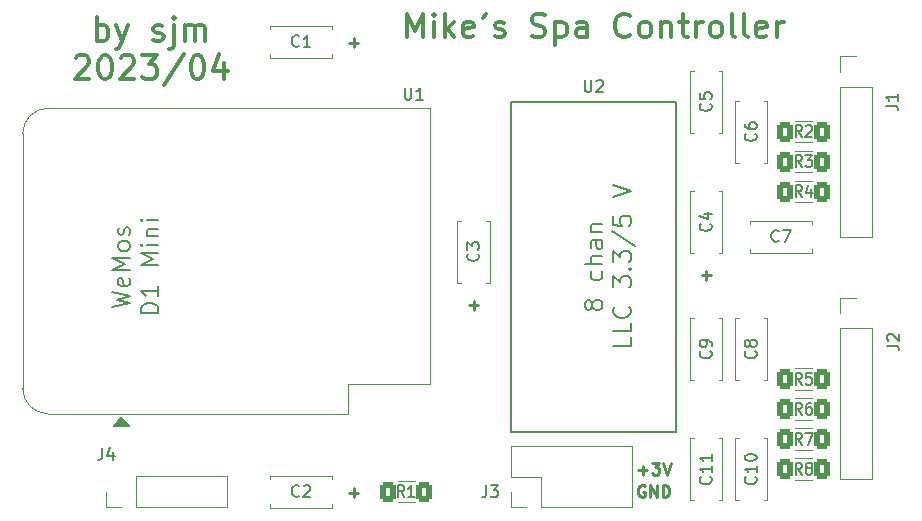
<source format=gto>
G04 #@! TF.GenerationSoftware,KiCad,Pcbnew,6.0.11-2627ca5db0~126~ubuntu22.04.1*
G04 #@! TF.CreationDate,2023-04-26T19:26:48+03:00*
G04 #@! TF.ProjectId,layzspa-wifi-remote,6c61797a-7370-4612-9d77-6966692d7265,rev?*
G04 #@! TF.SameCoordinates,Original*
G04 #@! TF.FileFunction,Legend,Top*
G04 #@! TF.FilePolarity,Positive*
%FSLAX46Y46*%
G04 Gerber Fmt 4.6, Leading zero omitted, Abs format (unit mm)*
G04 Created by KiCad (PCBNEW 6.0.11-2627ca5db0~126~ubuntu22.04.1) date 2023-04-26 19:26:48*
%MOMM*%
%LPD*%
G01*
G04 APERTURE LIST*
G04 Aperture macros list*
%AMRoundRect*
0 Rectangle with rounded corners*
0 $1 Rounding radius*
0 $2 $3 $4 $5 $6 $7 $8 $9 X,Y pos of 4 corners*
0 Add a 4 corners polygon primitive as box body*
4,1,4,$2,$3,$4,$5,$6,$7,$8,$9,$2,$3,0*
0 Add four circle primitives for the rounded corners*
1,1,$1+$1,$2,$3*
1,1,$1+$1,$4,$5*
1,1,$1+$1,$6,$7*
1,1,$1+$1,$8,$9*
0 Add four rect primitives between the rounded corners*
20,1,$1+$1,$2,$3,$4,$5,0*
20,1,$1+$1,$4,$5,$6,$7,0*
20,1,$1+$1,$6,$7,$8,$9,0*
20,1,$1+$1,$8,$9,$2,$3,0*%
G04 Aperture macros list end*
%ADD10C,0.200000*%
%ADD11C,0.300000*%
%ADD12C,0.250000*%
%ADD13C,0.150000*%
%ADD14C,0.120000*%
%ADD15C,0.127000*%
%ADD16R,1.700000X1.700000*%
%ADD17O,1.700000X1.700000*%
%ADD18R,2.000000X2.000000*%
%ADD19O,1.600000X2.000000*%
%ADD20RoundRect,0.250000X-0.400000X-0.625000X0.400000X-0.625000X0.400000X0.625000X-0.400000X0.625000X0*%
%ADD21C,1.600000*%
%ADD22RoundRect,0.250000X0.400000X0.625000X-0.400000X0.625000X-0.400000X-0.625000X0.400000X-0.625000X0*%
%ADD23C,3.600000*%
%ADD24C,5.700000*%
%ADD25C,1.524000*%
%ADD26R,1.524000X1.524000*%
G04 APERTURE END LIST*
D10*
X85608928Y-54192857D02*
X85537500Y-54335714D01*
X85466071Y-54407142D01*
X85323214Y-54478571D01*
X85251785Y-54478571D01*
X85108928Y-54407142D01*
X85037500Y-54335714D01*
X84966071Y-54192857D01*
X84966071Y-53907142D01*
X85037500Y-53764285D01*
X85108928Y-53692857D01*
X85251785Y-53621428D01*
X85323214Y-53621428D01*
X85466071Y-53692857D01*
X85537500Y-53764285D01*
X85608928Y-53907142D01*
X85608928Y-54192857D01*
X85680357Y-54335714D01*
X85751785Y-54407142D01*
X85894642Y-54478571D01*
X86180357Y-54478571D01*
X86323214Y-54407142D01*
X86394642Y-54335714D01*
X86466071Y-54192857D01*
X86466071Y-53907142D01*
X86394642Y-53764285D01*
X86323214Y-53692857D01*
X86180357Y-53621428D01*
X85894642Y-53621428D01*
X85751785Y-53692857D01*
X85680357Y-53764285D01*
X85608928Y-53907142D01*
X86394642Y-51192857D02*
X86466071Y-51335714D01*
X86466071Y-51621428D01*
X86394642Y-51764285D01*
X86323214Y-51835714D01*
X86180357Y-51907142D01*
X85751785Y-51907142D01*
X85608928Y-51835714D01*
X85537500Y-51764285D01*
X85466071Y-51621428D01*
X85466071Y-51335714D01*
X85537500Y-51192857D01*
X86466071Y-50550000D02*
X84966071Y-50550000D01*
X86466071Y-49907142D02*
X85680357Y-49907142D01*
X85537500Y-49978571D01*
X85466071Y-50121428D01*
X85466071Y-50335714D01*
X85537500Y-50478571D01*
X85608928Y-50550000D01*
X86466071Y-48550000D02*
X85680357Y-48550000D01*
X85537500Y-48621428D01*
X85466071Y-48764285D01*
X85466071Y-49050000D01*
X85537500Y-49192857D01*
X86394642Y-48550000D02*
X86466071Y-48692857D01*
X86466071Y-49050000D01*
X86394642Y-49192857D01*
X86251785Y-49264285D01*
X86108928Y-49264285D01*
X85966071Y-49192857D01*
X85894642Y-49050000D01*
X85894642Y-48692857D01*
X85823214Y-48550000D01*
X85466071Y-47835714D02*
X86466071Y-47835714D01*
X85608928Y-47835714D02*
X85537500Y-47764285D01*
X85466071Y-47621428D01*
X85466071Y-47407142D01*
X85537500Y-47264285D01*
X85680357Y-47192857D01*
X86466071Y-47192857D01*
X88881071Y-56764285D02*
X88881071Y-57478571D01*
X87381071Y-57478571D01*
X88881071Y-55550000D02*
X88881071Y-56264285D01*
X87381071Y-56264285D01*
X88738214Y-54192857D02*
X88809642Y-54264285D01*
X88881071Y-54478571D01*
X88881071Y-54621428D01*
X88809642Y-54835714D01*
X88666785Y-54978571D01*
X88523928Y-55050000D01*
X88238214Y-55121428D01*
X88023928Y-55121428D01*
X87738214Y-55050000D01*
X87595357Y-54978571D01*
X87452500Y-54835714D01*
X87381071Y-54621428D01*
X87381071Y-54478571D01*
X87452500Y-54264285D01*
X87523928Y-54192857D01*
X87381071Y-52550000D02*
X87381071Y-51621428D01*
X87952500Y-52121428D01*
X87952500Y-51907142D01*
X88023928Y-51764285D01*
X88095357Y-51692857D01*
X88238214Y-51621428D01*
X88595357Y-51621428D01*
X88738214Y-51692857D01*
X88809642Y-51764285D01*
X88881071Y-51907142D01*
X88881071Y-52335714D01*
X88809642Y-52478571D01*
X88738214Y-52550000D01*
X88738214Y-50978571D02*
X88809642Y-50907142D01*
X88881071Y-50978571D01*
X88809642Y-51050000D01*
X88738214Y-50978571D01*
X88881071Y-50978571D01*
X87381071Y-50407142D02*
X87381071Y-49478571D01*
X87952500Y-49978571D01*
X87952500Y-49764285D01*
X88023928Y-49621428D01*
X88095357Y-49550000D01*
X88238214Y-49478571D01*
X88595357Y-49478571D01*
X88738214Y-49550000D01*
X88809642Y-49621428D01*
X88881071Y-49764285D01*
X88881071Y-50192857D01*
X88809642Y-50335714D01*
X88738214Y-50407142D01*
X87309642Y-47764285D02*
X89238214Y-49050000D01*
X87381071Y-46550000D02*
X87381071Y-47264285D01*
X88095357Y-47335714D01*
X88023928Y-47264285D01*
X87952500Y-47121428D01*
X87952500Y-46764285D01*
X88023928Y-46621428D01*
X88095357Y-46550000D01*
X88238214Y-46478571D01*
X88595357Y-46478571D01*
X88738214Y-46550000D01*
X88809642Y-46621428D01*
X88881071Y-46764285D01*
X88881071Y-47121428D01*
X88809642Y-47264285D01*
X88738214Y-47335714D01*
X87381071Y-44907142D02*
X88881071Y-44407142D01*
X87381071Y-43907142D01*
X44961071Y-54228571D02*
X46461071Y-53871428D01*
X45389642Y-53585714D01*
X46461071Y-53300000D01*
X44961071Y-52942857D01*
X46389642Y-51800000D02*
X46461071Y-51942857D01*
X46461071Y-52228571D01*
X46389642Y-52371428D01*
X46246785Y-52442857D01*
X45675357Y-52442857D01*
X45532500Y-52371428D01*
X45461071Y-52228571D01*
X45461071Y-51942857D01*
X45532500Y-51800000D01*
X45675357Y-51728571D01*
X45818214Y-51728571D01*
X45961071Y-52442857D01*
X46461071Y-51085714D02*
X44961071Y-51085714D01*
X46032500Y-50585714D01*
X44961071Y-50085714D01*
X46461071Y-50085714D01*
X46461071Y-49157142D02*
X46389642Y-49300000D01*
X46318214Y-49371428D01*
X46175357Y-49442857D01*
X45746785Y-49442857D01*
X45603928Y-49371428D01*
X45532500Y-49300000D01*
X45461071Y-49157142D01*
X45461071Y-48942857D01*
X45532500Y-48800000D01*
X45603928Y-48728571D01*
X45746785Y-48657142D01*
X46175357Y-48657142D01*
X46318214Y-48728571D01*
X46389642Y-48800000D01*
X46461071Y-48942857D01*
X46461071Y-49157142D01*
X46389642Y-48085714D02*
X46461071Y-47942857D01*
X46461071Y-47657142D01*
X46389642Y-47514285D01*
X46246785Y-47442857D01*
X46175357Y-47442857D01*
X46032500Y-47514285D01*
X45961071Y-47657142D01*
X45961071Y-47871428D01*
X45889642Y-48014285D01*
X45746785Y-48085714D01*
X45675357Y-48085714D01*
X45532500Y-48014285D01*
X45461071Y-47871428D01*
X45461071Y-47657142D01*
X45532500Y-47514285D01*
X48876071Y-54728571D02*
X47376071Y-54728571D01*
X47376071Y-54371428D01*
X47447500Y-54157142D01*
X47590357Y-54014285D01*
X47733214Y-53942857D01*
X48018928Y-53871428D01*
X48233214Y-53871428D01*
X48518928Y-53942857D01*
X48661785Y-54014285D01*
X48804642Y-54157142D01*
X48876071Y-54371428D01*
X48876071Y-54728571D01*
X48876071Y-52442857D02*
X48876071Y-53300000D01*
X48876071Y-52871428D02*
X47376071Y-52871428D01*
X47590357Y-53014285D01*
X47733214Y-53157142D01*
X47804642Y-53300000D01*
X48876071Y-50657142D02*
X47376071Y-50657142D01*
X48447500Y-50157142D01*
X47376071Y-49657142D01*
X48876071Y-49657142D01*
X48876071Y-48942857D02*
X47876071Y-48942857D01*
X47376071Y-48942857D02*
X47447500Y-49014285D01*
X47518928Y-48942857D01*
X47447500Y-48871428D01*
X47376071Y-48942857D01*
X47518928Y-48942857D01*
X47876071Y-48228571D02*
X48876071Y-48228571D01*
X48018928Y-48228571D02*
X47947500Y-48157142D01*
X47876071Y-48014285D01*
X47876071Y-47800000D01*
X47947500Y-47657142D01*
X48090357Y-47585714D01*
X48876071Y-47585714D01*
X48876071Y-46871428D02*
X47876071Y-46871428D01*
X47376071Y-46871428D02*
X47447500Y-46942857D01*
X47518928Y-46871428D01*
X47447500Y-46800000D01*
X47376071Y-46871428D01*
X47518928Y-46871428D01*
D11*
X43688571Y-31679761D02*
X43688571Y-29679761D01*
X43688571Y-30441666D02*
X43879047Y-30346428D01*
X44260000Y-30346428D01*
X44450476Y-30441666D01*
X44545714Y-30536904D01*
X44640952Y-30727380D01*
X44640952Y-31298809D01*
X44545714Y-31489285D01*
X44450476Y-31584523D01*
X44260000Y-31679761D01*
X43879047Y-31679761D01*
X43688571Y-31584523D01*
X45307619Y-30346428D02*
X45783809Y-31679761D01*
X46260000Y-30346428D02*
X45783809Y-31679761D01*
X45593333Y-32155952D01*
X45498095Y-32251190D01*
X45307619Y-32346428D01*
X48450476Y-31584523D02*
X48640952Y-31679761D01*
X49021904Y-31679761D01*
X49212380Y-31584523D01*
X49307619Y-31394047D01*
X49307619Y-31298809D01*
X49212380Y-31108333D01*
X49021904Y-31013095D01*
X48736190Y-31013095D01*
X48545714Y-30917857D01*
X48450476Y-30727380D01*
X48450476Y-30632142D01*
X48545714Y-30441666D01*
X48736190Y-30346428D01*
X49021904Y-30346428D01*
X49212380Y-30441666D01*
X50164761Y-30346428D02*
X50164761Y-32060714D01*
X50069523Y-32251190D01*
X49879047Y-32346428D01*
X49783809Y-32346428D01*
X50164761Y-29679761D02*
X50069523Y-29775000D01*
X50164761Y-29870238D01*
X50260000Y-29775000D01*
X50164761Y-29679761D01*
X50164761Y-29870238D01*
X51117142Y-31679761D02*
X51117142Y-30346428D01*
X51117142Y-30536904D02*
X51212380Y-30441666D01*
X51402857Y-30346428D01*
X51688571Y-30346428D01*
X51879047Y-30441666D01*
X51974285Y-30632142D01*
X51974285Y-31679761D01*
X51974285Y-30632142D02*
X52069523Y-30441666D01*
X52260000Y-30346428D01*
X52545714Y-30346428D01*
X52736190Y-30441666D01*
X52831428Y-30632142D01*
X52831428Y-31679761D01*
X41879047Y-33090238D02*
X41974285Y-32995000D01*
X42164761Y-32899761D01*
X42640952Y-32899761D01*
X42831428Y-32995000D01*
X42926666Y-33090238D01*
X43021904Y-33280714D01*
X43021904Y-33471190D01*
X42926666Y-33756904D01*
X41783809Y-34899761D01*
X43021904Y-34899761D01*
X44260000Y-32899761D02*
X44450476Y-32899761D01*
X44640952Y-32995000D01*
X44736190Y-33090238D01*
X44831428Y-33280714D01*
X44926666Y-33661666D01*
X44926666Y-34137857D01*
X44831428Y-34518809D01*
X44736190Y-34709285D01*
X44640952Y-34804523D01*
X44450476Y-34899761D01*
X44260000Y-34899761D01*
X44069523Y-34804523D01*
X43974285Y-34709285D01*
X43879047Y-34518809D01*
X43783809Y-34137857D01*
X43783809Y-33661666D01*
X43879047Y-33280714D01*
X43974285Y-33090238D01*
X44069523Y-32995000D01*
X44260000Y-32899761D01*
X45688571Y-33090238D02*
X45783809Y-32995000D01*
X45974285Y-32899761D01*
X46450476Y-32899761D01*
X46640952Y-32995000D01*
X46736190Y-33090238D01*
X46831428Y-33280714D01*
X46831428Y-33471190D01*
X46736190Y-33756904D01*
X45593333Y-34899761D01*
X46831428Y-34899761D01*
X47498095Y-32899761D02*
X48736190Y-32899761D01*
X48069523Y-33661666D01*
X48355238Y-33661666D01*
X48545714Y-33756904D01*
X48640952Y-33852142D01*
X48736190Y-34042619D01*
X48736190Y-34518809D01*
X48640952Y-34709285D01*
X48545714Y-34804523D01*
X48355238Y-34899761D01*
X47783809Y-34899761D01*
X47593333Y-34804523D01*
X47498095Y-34709285D01*
X51021904Y-32804523D02*
X49307619Y-35375952D01*
X52069523Y-32899761D02*
X52260000Y-32899761D01*
X52450476Y-32995000D01*
X52545714Y-33090238D01*
X52640952Y-33280714D01*
X52736190Y-33661666D01*
X52736190Y-34137857D01*
X52640952Y-34518809D01*
X52545714Y-34709285D01*
X52450476Y-34804523D01*
X52260000Y-34899761D01*
X52069523Y-34899761D01*
X51879047Y-34804523D01*
X51783809Y-34709285D01*
X51688571Y-34518809D01*
X51593333Y-34137857D01*
X51593333Y-33661666D01*
X51688571Y-33280714D01*
X51783809Y-33090238D01*
X51879047Y-32995000D01*
X52069523Y-32899761D01*
X54450476Y-33566428D02*
X54450476Y-34899761D01*
X53974285Y-32804523D02*
X53498095Y-34233095D01*
X54736190Y-34233095D01*
X69915476Y-31384761D02*
X69915476Y-29384761D01*
X70582142Y-30813333D01*
X71248809Y-29384761D01*
X71248809Y-31384761D01*
X72201190Y-31384761D02*
X72201190Y-30051428D01*
X72201190Y-29384761D02*
X72105952Y-29480000D01*
X72201190Y-29575238D01*
X72296428Y-29480000D01*
X72201190Y-29384761D01*
X72201190Y-29575238D01*
X73153571Y-31384761D02*
X73153571Y-29384761D01*
X73344047Y-30622857D02*
X73915476Y-31384761D01*
X73915476Y-30051428D02*
X73153571Y-30813333D01*
X75534523Y-31289523D02*
X75344047Y-31384761D01*
X74963095Y-31384761D01*
X74772619Y-31289523D01*
X74677380Y-31099047D01*
X74677380Y-30337142D01*
X74772619Y-30146666D01*
X74963095Y-30051428D01*
X75344047Y-30051428D01*
X75534523Y-30146666D01*
X75629761Y-30337142D01*
X75629761Y-30527619D01*
X74677380Y-30718095D01*
X76582142Y-29384761D02*
X76391666Y-29765714D01*
X77344047Y-31289523D02*
X77534523Y-31384761D01*
X77915476Y-31384761D01*
X78105952Y-31289523D01*
X78201190Y-31099047D01*
X78201190Y-31003809D01*
X78105952Y-30813333D01*
X77915476Y-30718095D01*
X77629761Y-30718095D01*
X77439285Y-30622857D01*
X77344047Y-30432380D01*
X77344047Y-30337142D01*
X77439285Y-30146666D01*
X77629761Y-30051428D01*
X77915476Y-30051428D01*
X78105952Y-30146666D01*
X80486904Y-31289523D02*
X80772619Y-31384761D01*
X81248809Y-31384761D01*
X81439285Y-31289523D01*
X81534523Y-31194285D01*
X81629761Y-31003809D01*
X81629761Y-30813333D01*
X81534523Y-30622857D01*
X81439285Y-30527619D01*
X81248809Y-30432380D01*
X80867857Y-30337142D01*
X80677380Y-30241904D01*
X80582142Y-30146666D01*
X80486904Y-29956190D01*
X80486904Y-29765714D01*
X80582142Y-29575238D01*
X80677380Y-29480000D01*
X80867857Y-29384761D01*
X81344047Y-29384761D01*
X81629761Y-29480000D01*
X82486904Y-30051428D02*
X82486904Y-32051428D01*
X82486904Y-30146666D02*
X82677380Y-30051428D01*
X83058333Y-30051428D01*
X83248809Y-30146666D01*
X83344047Y-30241904D01*
X83439285Y-30432380D01*
X83439285Y-31003809D01*
X83344047Y-31194285D01*
X83248809Y-31289523D01*
X83058333Y-31384761D01*
X82677380Y-31384761D01*
X82486904Y-31289523D01*
X85153571Y-31384761D02*
X85153571Y-30337142D01*
X85058333Y-30146666D01*
X84867857Y-30051428D01*
X84486904Y-30051428D01*
X84296428Y-30146666D01*
X85153571Y-31289523D02*
X84963095Y-31384761D01*
X84486904Y-31384761D01*
X84296428Y-31289523D01*
X84201190Y-31099047D01*
X84201190Y-30908571D01*
X84296428Y-30718095D01*
X84486904Y-30622857D01*
X84963095Y-30622857D01*
X85153571Y-30527619D01*
X88772619Y-31194285D02*
X88677380Y-31289523D01*
X88391666Y-31384761D01*
X88201190Y-31384761D01*
X87915476Y-31289523D01*
X87725000Y-31099047D01*
X87629761Y-30908571D01*
X87534523Y-30527619D01*
X87534523Y-30241904D01*
X87629761Y-29860952D01*
X87725000Y-29670476D01*
X87915476Y-29480000D01*
X88201190Y-29384761D01*
X88391666Y-29384761D01*
X88677380Y-29480000D01*
X88772619Y-29575238D01*
X89915476Y-31384761D02*
X89725000Y-31289523D01*
X89629761Y-31194285D01*
X89534523Y-31003809D01*
X89534523Y-30432380D01*
X89629761Y-30241904D01*
X89725000Y-30146666D01*
X89915476Y-30051428D01*
X90201190Y-30051428D01*
X90391666Y-30146666D01*
X90486904Y-30241904D01*
X90582142Y-30432380D01*
X90582142Y-31003809D01*
X90486904Y-31194285D01*
X90391666Y-31289523D01*
X90201190Y-31384761D01*
X89915476Y-31384761D01*
X91439285Y-30051428D02*
X91439285Y-31384761D01*
X91439285Y-30241904D02*
X91534523Y-30146666D01*
X91725000Y-30051428D01*
X92010714Y-30051428D01*
X92201190Y-30146666D01*
X92296428Y-30337142D01*
X92296428Y-31384761D01*
X92963095Y-30051428D02*
X93725000Y-30051428D01*
X93248809Y-29384761D02*
X93248809Y-31099047D01*
X93344047Y-31289523D01*
X93534523Y-31384761D01*
X93725000Y-31384761D01*
X94391666Y-31384761D02*
X94391666Y-30051428D01*
X94391666Y-30432380D02*
X94486904Y-30241904D01*
X94582142Y-30146666D01*
X94772619Y-30051428D01*
X94963095Y-30051428D01*
X95915476Y-31384761D02*
X95725000Y-31289523D01*
X95629761Y-31194285D01*
X95534523Y-31003809D01*
X95534523Y-30432380D01*
X95629761Y-30241904D01*
X95725000Y-30146666D01*
X95915476Y-30051428D01*
X96201190Y-30051428D01*
X96391666Y-30146666D01*
X96486904Y-30241904D01*
X96582142Y-30432380D01*
X96582142Y-31003809D01*
X96486904Y-31194285D01*
X96391666Y-31289523D01*
X96201190Y-31384761D01*
X95915476Y-31384761D01*
X97725000Y-31384761D02*
X97534523Y-31289523D01*
X97439285Y-31099047D01*
X97439285Y-29384761D01*
X98772619Y-31384761D02*
X98582142Y-31289523D01*
X98486904Y-31099047D01*
X98486904Y-29384761D01*
X100296428Y-31289523D02*
X100105952Y-31384761D01*
X99725000Y-31384761D01*
X99534523Y-31289523D01*
X99439285Y-31099047D01*
X99439285Y-30337142D01*
X99534523Y-30146666D01*
X99725000Y-30051428D01*
X100105952Y-30051428D01*
X100296428Y-30146666D01*
X100391666Y-30337142D01*
X100391666Y-30527619D01*
X99439285Y-30718095D01*
X101248809Y-31384761D02*
X101248809Y-30051428D01*
X101248809Y-30432380D02*
X101344047Y-30241904D01*
X101439285Y-30146666D01*
X101629761Y-30051428D01*
X101820238Y-30051428D01*
D12*
X75184047Y-54046428D02*
X75945952Y-54046428D01*
X75565000Y-54427380D02*
X75565000Y-53665476D01*
X94869047Y-51506428D02*
X95630952Y-51506428D01*
X95250000Y-51887380D02*
X95250000Y-51125476D01*
X90043095Y-69350000D02*
X89947857Y-69302380D01*
X89805000Y-69302380D01*
X89662142Y-69350000D01*
X89566904Y-69445238D01*
X89519285Y-69540476D01*
X89471666Y-69730952D01*
X89471666Y-69873809D01*
X89519285Y-70064285D01*
X89566904Y-70159523D01*
X89662142Y-70254761D01*
X89805000Y-70302380D01*
X89900238Y-70302380D01*
X90043095Y-70254761D01*
X90090714Y-70207142D01*
X90090714Y-69873809D01*
X89900238Y-69873809D01*
X90519285Y-70302380D02*
X90519285Y-69302380D01*
X91090714Y-70302380D01*
X91090714Y-69302380D01*
X91566904Y-70302380D02*
X91566904Y-69302380D01*
X91805000Y-69302380D01*
X91947857Y-69350000D01*
X92043095Y-69445238D01*
X92090714Y-69540476D01*
X92138333Y-69730952D01*
X92138333Y-69873809D01*
X92090714Y-70064285D01*
X92043095Y-70159523D01*
X91947857Y-70254761D01*
X91805000Y-70302380D01*
X91566904Y-70302380D01*
X65024047Y-31821428D02*
X65785952Y-31821428D01*
X65405000Y-32202380D02*
X65405000Y-31440476D01*
X65024047Y-69921428D02*
X65785952Y-69921428D01*
X65405000Y-70302380D02*
X65405000Y-69540476D01*
X89519285Y-68016428D02*
X90281190Y-68016428D01*
X89900238Y-68397380D02*
X89900238Y-67635476D01*
X90662142Y-67397380D02*
X91281190Y-67397380D01*
X90947857Y-67778333D01*
X91090714Y-67778333D01*
X91185952Y-67825952D01*
X91233571Y-67873571D01*
X91281190Y-67968809D01*
X91281190Y-68206904D01*
X91233571Y-68302142D01*
X91185952Y-68349761D01*
X91090714Y-68397380D01*
X90805000Y-68397380D01*
X90709761Y-68349761D01*
X90662142Y-68302142D01*
X91566904Y-67397380D02*
X91900238Y-68397380D01*
X92233571Y-67397380D01*
D13*
X110577380Y-57483333D02*
X111291666Y-57483333D01*
X111434523Y-57530952D01*
X111529761Y-57626190D01*
X111577380Y-57769047D01*
X111577380Y-57864285D01*
X110672619Y-57054761D02*
X110625000Y-57007142D01*
X110577380Y-56911904D01*
X110577380Y-56673809D01*
X110625000Y-56578571D01*
X110672619Y-56530952D01*
X110767857Y-56483333D01*
X110863095Y-56483333D01*
X111005952Y-56530952D01*
X111577380Y-57102380D01*
X111577380Y-56483333D01*
X69723095Y-35647380D02*
X69723095Y-36456904D01*
X69770714Y-36552142D01*
X69818333Y-36599761D01*
X69913571Y-36647380D01*
X70104047Y-36647380D01*
X70199285Y-36599761D01*
X70246904Y-36552142D01*
X70294523Y-36456904D01*
X70294523Y-35647380D01*
X71294523Y-36647380D02*
X70723095Y-36647380D01*
X71008809Y-36647380D02*
X71008809Y-35647380D01*
X70913571Y-35790238D01*
X70818333Y-35885476D01*
X70723095Y-35933095D01*
X69700000Y-70302380D02*
X69400000Y-69826190D01*
X69185714Y-70302380D02*
X69185714Y-69302380D01*
X69528571Y-69302380D01*
X69614285Y-69350000D01*
X69657142Y-69397619D01*
X69700000Y-69492857D01*
X69700000Y-69635714D01*
X69657142Y-69730952D01*
X69614285Y-69778571D01*
X69528571Y-69826190D01*
X69185714Y-69826190D01*
X70557142Y-70302380D02*
X70042857Y-70302380D01*
X70300000Y-70302380D02*
X70300000Y-69302380D01*
X70214285Y-69445238D01*
X70128571Y-69540476D01*
X70042857Y-69588095D01*
X101393333Y-48617142D02*
X101345714Y-48664761D01*
X101202857Y-48712380D01*
X101107619Y-48712380D01*
X100964761Y-48664761D01*
X100869523Y-48569523D01*
X100821904Y-48474285D01*
X100774285Y-48283809D01*
X100774285Y-48140952D01*
X100821904Y-47950476D01*
X100869523Y-47855238D01*
X100964761Y-47760000D01*
X101107619Y-47712380D01*
X101202857Y-47712380D01*
X101345714Y-47760000D01*
X101393333Y-47807619D01*
X101726666Y-47712380D02*
X102393333Y-47712380D01*
X101964761Y-48712380D01*
X103355000Y-44902380D02*
X103055000Y-44426190D01*
X102840714Y-44902380D02*
X102840714Y-43902380D01*
X103183571Y-43902380D01*
X103269285Y-43950000D01*
X103312142Y-43997619D01*
X103355000Y-44092857D01*
X103355000Y-44235714D01*
X103312142Y-44330952D01*
X103269285Y-44378571D01*
X103183571Y-44426190D01*
X102840714Y-44426190D01*
X104126428Y-44235714D02*
X104126428Y-44902380D01*
X103912142Y-43854761D02*
X103697857Y-44569047D01*
X104255000Y-44569047D01*
X95607142Y-36996666D02*
X95654761Y-37044285D01*
X95702380Y-37187142D01*
X95702380Y-37282380D01*
X95654761Y-37425238D01*
X95559523Y-37520476D01*
X95464285Y-37568095D01*
X95273809Y-37615714D01*
X95130952Y-37615714D01*
X94940476Y-37568095D01*
X94845238Y-37520476D01*
X94750000Y-37425238D01*
X94702380Y-37282380D01*
X94702380Y-37187142D01*
X94750000Y-37044285D01*
X94797619Y-36996666D01*
X94702380Y-36091904D02*
X94702380Y-36568095D01*
X95178571Y-36615714D01*
X95130952Y-36568095D01*
X95083333Y-36472857D01*
X95083333Y-36234761D01*
X95130952Y-36139523D01*
X95178571Y-36091904D01*
X95273809Y-36044285D01*
X95511904Y-36044285D01*
X95607142Y-36091904D01*
X95654761Y-36139523D01*
X95702380Y-36234761D01*
X95702380Y-36472857D01*
X95654761Y-36568095D01*
X95607142Y-36615714D01*
X60793333Y-32107142D02*
X60745714Y-32154761D01*
X60602857Y-32202380D01*
X60507619Y-32202380D01*
X60364761Y-32154761D01*
X60269523Y-32059523D01*
X60221904Y-31964285D01*
X60174285Y-31773809D01*
X60174285Y-31630952D01*
X60221904Y-31440476D01*
X60269523Y-31345238D01*
X60364761Y-31250000D01*
X60507619Y-31202380D01*
X60602857Y-31202380D01*
X60745714Y-31250000D01*
X60793333Y-31297619D01*
X61745714Y-32202380D02*
X61174285Y-32202380D01*
X61460000Y-32202380D02*
X61460000Y-31202380D01*
X61364761Y-31345238D01*
X61269523Y-31440476D01*
X61174285Y-31488095D01*
X84963095Y-35012380D02*
X84963095Y-35821904D01*
X85010714Y-35917142D01*
X85058333Y-35964761D01*
X85153571Y-36012380D01*
X85344047Y-36012380D01*
X85439285Y-35964761D01*
X85486904Y-35917142D01*
X85534523Y-35821904D01*
X85534523Y-35012380D01*
X85963095Y-35107619D02*
X86010714Y-35060000D01*
X86105952Y-35012380D01*
X86344047Y-35012380D01*
X86439285Y-35060000D01*
X86486904Y-35107619D01*
X86534523Y-35202857D01*
X86534523Y-35298095D01*
X86486904Y-35440952D01*
X85915476Y-36012380D01*
X86534523Y-36012380D01*
X103355000Y-65857380D02*
X103055000Y-65381190D01*
X102840714Y-65857380D02*
X102840714Y-64857380D01*
X103183571Y-64857380D01*
X103269285Y-64905000D01*
X103312142Y-64952619D01*
X103355000Y-65047857D01*
X103355000Y-65190714D01*
X103312142Y-65285952D01*
X103269285Y-65333571D01*
X103183571Y-65381190D01*
X102840714Y-65381190D01*
X103655000Y-64857380D02*
X104255000Y-64857380D01*
X103869285Y-65857380D01*
X95607142Y-68587857D02*
X95654761Y-68635476D01*
X95702380Y-68778333D01*
X95702380Y-68873571D01*
X95654761Y-69016428D01*
X95559523Y-69111666D01*
X95464285Y-69159285D01*
X95273809Y-69206904D01*
X95130952Y-69206904D01*
X94940476Y-69159285D01*
X94845238Y-69111666D01*
X94750000Y-69016428D01*
X94702380Y-68873571D01*
X94702380Y-68778333D01*
X94750000Y-68635476D01*
X94797619Y-68587857D01*
X95702380Y-67635476D02*
X95702380Y-68206904D01*
X95702380Y-67921190D02*
X94702380Y-67921190D01*
X94845238Y-68016428D01*
X94940476Y-68111666D01*
X94988095Y-68206904D01*
X95702380Y-66683095D02*
X95702380Y-67254523D01*
X95702380Y-66968809D02*
X94702380Y-66968809D01*
X94845238Y-67064047D01*
X94940476Y-67159285D01*
X94988095Y-67254523D01*
X99417142Y-68587857D02*
X99464761Y-68635476D01*
X99512380Y-68778333D01*
X99512380Y-68873571D01*
X99464761Y-69016428D01*
X99369523Y-69111666D01*
X99274285Y-69159285D01*
X99083809Y-69206904D01*
X98940952Y-69206904D01*
X98750476Y-69159285D01*
X98655238Y-69111666D01*
X98560000Y-69016428D01*
X98512380Y-68873571D01*
X98512380Y-68778333D01*
X98560000Y-68635476D01*
X98607619Y-68587857D01*
X99512380Y-67635476D02*
X99512380Y-68206904D01*
X99512380Y-67921190D02*
X98512380Y-67921190D01*
X98655238Y-68016428D01*
X98750476Y-68111666D01*
X98798095Y-68206904D01*
X98512380Y-67016428D02*
X98512380Y-66921190D01*
X98560000Y-66825952D01*
X98607619Y-66778333D01*
X98702857Y-66730714D01*
X98893333Y-66683095D01*
X99131428Y-66683095D01*
X99321904Y-66730714D01*
X99417142Y-66778333D01*
X99464761Y-66825952D01*
X99512380Y-66921190D01*
X99512380Y-67016428D01*
X99464761Y-67111666D01*
X99417142Y-67159285D01*
X99321904Y-67206904D01*
X99131428Y-67254523D01*
X98893333Y-67254523D01*
X98702857Y-67206904D01*
X98607619Y-67159285D01*
X98560000Y-67111666D01*
X98512380Y-67016428D01*
X99417142Y-57951666D02*
X99464761Y-57999285D01*
X99512380Y-58142142D01*
X99512380Y-58237380D01*
X99464761Y-58380238D01*
X99369523Y-58475476D01*
X99274285Y-58523095D01*
X99083809Y-58570714D01*
X98940952Y-58570714D01*
X98750476Y-58523095D01*
X98655238Y-58475476D01*
X98560000Y-58380238D01*
X98512380Y-58237380D01*
X98512380Y-58142142D01*
X98560000Y-57999285D01*
X98607619Y-57951666D01*
X98940952Y-57380238D02*
X98893333Y-57475476D01*
X98845714Y-57523095D01*
X98750476Y-57570714D01*
X98702857Y-57570714D01*
X98607619Y-57523095D01*
X98560000Y-57475476D01*
X98512380Y-57380238D01*
X98512380Y-57189761D01*
X98560000Y-57094523D01*
X98607619Y-57046904D01*
X98702857Y-56999285D01*
X98750476Y-56999285D01*
X98845714Y-57046904D01*
X98893333Y-57094523D01*
X98940952Y-57189761D01*
X98940952Y-57380238D01*
X98988571Y-57475476D01*
X99036190Y-57523095D01*
X99131428Y-57570714D01*
X99321904Y-57570714D01*
X99417142Y-57523095D01*
X99464761Y-57475476D01*
X99512380Y-57380238D01*
X99512380Y-57189761D01*
X99464761Y-57094523D01*
X99417142Y-57046904D01*
X99321904Y-56999285D01*
X99131428Y-56999285D01*
X99036190Y-57046904D01*
X98988571Y-57094523D01*
X98940952Y-57189761D01*
X103355000Y-60777380D02*
X103055000Y-60301190D01*
X102840714Y-60777380D02*
X102840714Y-59777380D01*
X103183571Y-59777380D01*
X103269285Y-59825000D01*
X103312142Y-59872619D01*
X103355000Y-59967857D01*
X103355000Y-60110714D01*
X103312142Y-60205952D01*
X103269285Y-60253571D01*
X103183571Y-60301190D01*
X102840714Y-60301190D01*
X104169285Y-59777380D02*
X103740714Y-59777380D01*
X103697857Y-60253571D01*
X103740714Y-60205952D01*
X103826428Y-60158333D01*
X104040714Y-60158333D01*
X104126428Y-60205952D01*
X104169285Y-60253571D01*
X104212142Y-60348809D01*
X104212142Y-60586904D01*
X104169285Y-60682142D01*
X104126428Y-60729761D01*
X104040714Y-60777380D01*
X103826428Y-60777380D01*
X103740714Y-60729761D01*
X103697857Y-60682142D01*
X110450380Y-37163333D02*
X111164666Y-37163333D01*
X111307523Y-37210952D01*
X111402761Y-37306190D01*
X111450380Y-37449047D01*
X111450380Y-37544285D01*
X111450380Y-36163333D02*
X111450380Y-36734761D01*
X111450380Y-36449047D02*
X110450380Y-36449047D01*
X110593238Y-36544285D01*
X110688476Y-36639523D01*
X110736095Y-36734761D01*
X103355000Y-68397380D02*
X103055000Y-67921190D01*
X102840714Y-68397380D02*
X102840714Y-67397380D01*
X103183571Y-67397380D01*
X103269285Y-67445000D01*
X103312142Y-67492619D01*
X103355000Y-67587857D01*
X103355000Y-67730714D01*
X103312142Y-67825952D01*
X103269285Y-67873571D01*
X103183571Y-67921190D01*
X102840714Y-67921190D01*
X103869285Y-67825952D02*
X103783571Y-67778333D01*
X103740714Y-67730714D01*
X103697857Y-67635476D01*
X103697857Y-67587857D01*
X103740714Y-67492619D01*
X103783571Y-67445000D01*
X103869285Y-67397380D01*
X104040714Y-67397380D01*
X104126428Y-67445000D01*
X104169285Y-67492619D01*
X104212142Y-67587857D01*
X104212142Y-67635476D01*
X104169285Y-67730714D01*
X104126428Y-67778333D01*
X104040714Y-67825952D01*
X103869285Y-67825952D01*
X103783571Y-67873571D01*
X103740714Y-67921190D01*
X103697857Y-68016428D01*
X103697857Y-68206904D01*
X103740714Y-68302142D01*
X103783571Y-68349761D01*
X103869285Y-68397380D01*
X104040714Y-68397380D01*
X104126428Y-68349761D01*
X104169285Y-68302142D01*
X104212142Y-68206904D01*
X104212142Y-68016428D01*
X104169285Y-67921190D01*
X104126428Y-67873571D01*
X104040714Y-67825952D01*
X75922142Y-49696666D02*
X75969761Y-49744285D01*
X76017380Y-49887142D01*
X76017380Y-49982380D01*
X75969761Y-50125238D01*
X75874523Y-50220476D01*
X75779285Y-50268095D01*
X75588809Y-50315714D01*
X75445952Y-50315714D01*
X75255476Y-50268095D01*
X75160238Y-50220476D01*
X75065000Y-50125238D01*
X75017380Y-49982380D01*
X75017380Y-49887142D01*
X75065000Y-49744285D01*
X75112619Y-49696666D01*
X75017380Y-49363333D02*
X75017380Y-48744285D01*
X75398333Y-49077619D01*
X75398333Y-48934761D01*
X75445952Y-48839523D01*
X75493571Y-48791904D01*
X75588809Y-48744285D01*
X75826904Y-48744285D01*
X75922142Y-48791904D01*
X75969761Y-48839523D01*
X76017380Y-48934761D01*
X76017380Y-49220476D01*
X75969761Y-49315714D01*
X75922142Y-49363333D01*
X60793333Y-70207142D02*
X60745714Y-70254761D01*
X60602857Y-70302380D01*
X60507619Y-70302380D01*
X60364761Y-70254761D01*
X60269523Y-70159523D01*
X60221904Y-70064285D01*
X60174285Y-69873809D01*
X60174285Y-69730952D01*
X60221904Y-69540476D01*
X60269523Y-69445238D01*
X60364761Y-69350000D01*
X60507619Y-69302380D01*
X60602857Y-69302380D01*
X60745714Y-69350000D01*
X60793333Y-69397619D01*
X61174285Y-69397619D02*
X61221904Y-69350000D01*
X61317142Y-69302380D01*
X61555238Y-69302380D01*
X61650476Y-69350000D01*
X61698095Y-69397619D01*
X61745714Y-69492857D01*
X61745714Y-69588095D01*
X61698095Y-69730952D01*
X61126666Y-70302380D01*
X61745714Y-70302380D01*
X103355000Y-63317380D02*
X103055000Y-62841190D01*
X102840714Y-63317380D02*
X102840714Y-62317380D01*
X103183571Y-62317380D01*
X103269285Y-62365000D01*
X103312142Y-62412619D01*
X103355000Y-62507857D01*
X103355000Y-62650714D01*
X103312142Y-62745952D01*
X103269285Y-62793571D01*
X103183571Y-62841190D01*
X102840714Y-62841190D01*
X104126428Y-62317380D02*
X103955000Y-62317380D01*
X103869285Y-62365000D01*
X103826428Y-62412619D01*
X103740714Y-62555476D01*
X103697857Y-62745952D01*
X103697857Y-63126904D01*
X103740714Y-63222142D01*
X103783571Y-63269761D01*
X103869285Y-63317380D01*
X104040714Y-63317380D01*
X104126428Y-63269761D01*
X104169285Y-63222142D01*
X104212142Y-63126904D01*
X104212142Y-62888809D01*
X104169285Y-62793571D01*
X104126428Y-62745952D01*
X104040714Y-62698333D01*
X103869285Y-62698333D01*
X103783571Y-62745952D01*
X103740714Y-62793571D01*
X103697857Y-62888809D01*
X44116666Y-66127380D02*
X44116666Y-66841666D01*
X44069047Y-66984523D01*
X43973809Y-67079761D01*
X43830952Y-67127380D01*
X43735714Y-67127380D01*
X45021428Y-66460714D02*
X45021428Y-67127380D01*
X44783333Y-66079761D02*
X44545238Y-66794047D01*
X45164285Y-66794047D01*
X76628666Y-69307380D02*
X76628666Y-70021666D01*
X76581047Y-70164523D01*
X76485809Y-70259761D01*
X76342952Y-70307380D01*
X76247714Y-70307380D01*
X77009619Y-69307380D02*
X77628666Y-69307380D01*
X77295333Y-69688333D01*
X77438190Y-69688333D01*
X77533428Y-69735952D01*
X77581047Y-69783571D01*
X77628666Y-69878809D01*
X77628666Y-70116904D01*
X77581047Y-70212142D01*
X77533428Y-70259761D01*
X77438190Y-70307380D01*
X77152476Y-70307380D01*
X77057238Y-70259761D01*
X77009619Y-70212142D01*
X103355000Y-39822380D02*
X103055000Y-39346190D01*
X102840714Y-39822380D02*
X102840714Y-38822380D01*
X103183571Y-38822380D01*
X103269285Y-38870000D01*
X103312142Y-38917619D01*
X103355000Y-39012857D01*
X103355000Y-39155714D01*
X103312142Y-39250952D01*
X103269285Y-39298571D01*
X103183571Y-39346190D01*
X102840714Y-39346190D01*
X103697857Y-38917619D02*
X103740714Y-38870000D01*
X103826428Y-38822380D01*
X104040714Y-38822380D01*
X104126428Y-38870000D01*
X104169285Y-38917619D01*
X104212142Y-39012857D01*
X104212142Y-39108095D01*
X104169285Y-39250952D01*
X103655000Y-39822380D01*
X104212142Y-39822380D01*
X103355000Y-42362380D02*
X103055000Y-41886190D01*
X102840714Y-42362380D02*
X102840714Y-41362380D01*
X103183571Y-41362380D01*
X103269285Y-41410000D01*
X103312142Y-41457619D01*
X103355000Y-41552857D01*
X103355000Y-41695714D01*
X103312142Y-41790952D01*
X103269285Y-41838571D01*
X103183571Y-41886190D01*
X102840714Y-41886190D01*
X103655000Y-41362380D02*
X104212142Y-41362380D01*
X103912142Y-41743333D01*
X104040714Y-41743333D01*
X104126428Y-41790952D01*
X104169285Y-41838571D01*
X104212142Y-41933809D01*
X104212142Y-42171904D01*
X104169285Y-42267142D01*
X104126428Y-42314761D01*
X104040714Y-42362380D01*
X103783571Y-42362380D01*
X103697857Y-42314761D01*
X103655000Y-42267142D01*
X95607142Y-47156666D02*
X95654761Y-47204285D01*
X95702380Y-47347142D01*
X95702380Y-47442380D01*
X95654761Y-47585238D01*
X95559523Y-47680476D01*
X95464285Y-47728095D01*
X95273809Y-47775714D01*
X95130952Y-47775714D01*
X94940476Y-47728095D01*
X94845238Y-47680476D01*
X94750000Y-47585238D01*
X94702380Y-47442380D01*
X94702380Y-47347142D01*
X94750000Y-47204285D01*
X94797619Y-47156666D01*
X95035714Y-46299523D02*
X95702380Y-46299523D01*
X94654761Y-46537619D02*
X95369047Y-46775714D01*
X95369047Y-46156666D01*
X99417142Y-39536666D02*
X99464761Y-39584285D01*
X99512380Y-39727142D01*
X99512380Y-39822380D01*
X99464761Y-39965238D01*
X99369523Y-40060476D01*
X99274285Y-40108095D01*
X99083809Y-40155714D01*
X98940952Y-40155714D01*
X98750476Y-40108095D01*
X98655238Y-40060476D01*
X98560000Y-39965238D01*
X98512380Y-39822380D01*
X98512380Y-39727142D01*
X98560000Y-39584285D01*
X98607619Y-39536666D01*
X98512380Y-38679523D02*
X98512380Y-38870000D01*
X98560000Y-38965238D01*
X98607619Y-39012857D01*
X98750476Y-39108095D01*
X98940952Y-39155714D01*
X99321904Y-39155714D01*
X99417142Y-39108095D01*
X99464761Y-39060476D01*
X99512380Y-38965238D01*
X99512380Y-38774761D01*
X99464761Y-38679523D01*
X99417142Y-38631904D01*
X99321904Y-38584285D01*
X99083809Y-38584285D01*
X98988571Y-38631904D01*
X98940952Y-38679523D01*
X98893333Y-38774761D01*
X98893333Y-38965238D01*
X98940952Y-39060476D01*
X98988571Y-39108095D01*
X99083809Y-39155714D01*
X95607142Y-57951666D02*
X95654761Y-57999285D01*
X95702380Y-58142142D01*
X95702380Y-58237380D01*
X95654761Y-58380238D01*
X95559523Y-58475476D01*
X95464285Y-58523095D01*
X95273809Y-58570714D01*
X95130952Y-58570714D01*
X94940476Y-58523095D01*
X94845238Y-58475476D01*
X94750000Y-58380238D01*
X94702380Y-58237380D01*
X94702380Y-58142142D01*
X94750000Y-57999285D01*
X94797619Y-57951666D01*
X95702380Y-57475476D02*
X95702380Y-57285000D01*
X95654761Y-57189761D01*
X95607142Y-57142142D01*
X95464285Y-57046904D01*
X95273809Y-56999285D01*
X94892857Y-56999285D01*
X94797619Y-57046904D01*
X94750000Y-57094523D01*
X94702380Y-57189761D01*
X94702380Y-57380238D01*
X94750000Y-57475476D01*
X94797619Y-57523095D01*
X94892857Y-57570714D01*
X95130952Y-57570714D01*
X95226190Y-57523095D01*
X95273809Y-57475476D01*
X95321428Y-57380238D01*
X95321428Y-57189761D01*
X95273809Y-57094523D01*
X95226190Y-57046904D01*
X95130952Y-56999285D01*
D14*
X106620000Y-53430000D02*
X107950000Y-53430000D01*
X106620000Y-54760000D02*
X106620000Y-53430000D01*
X106620000Y-56030000D02*
X109280000Y-56030000D01*
X109280000Y-56030000D02*
X109280000Y-68790000D01*
X106620000Y-56030000D02*
X106620000Y-68790000D01*
X106620000Y-68790000D02*
X109280000Y-68790000D01*
X71840000Y-60705000D02*
X71840000Y-37385000D01*
X64940000Y-60705000D02*
X71840000Y-60705000D01*
X71840000Y-37385000D02*
X39510000Y-37385000D01*
X64940000Y-63245000D02*
X39510000Y-63245000D01*
X64940000Y-63245000D02*
X64940000Y-60705000D01*
X37380000Y-39505000D02*
X37380000Y-61115000D01*
X39510000Y-37385000D02*
G75*
G03*
X37380000Y-39515000I0J-2130000D01*
G01*
X37380000Y-61115000D02*
G75*
G03*
X39510000Y-63245000I2130002J2D01*
G01*
G36*
X46355000Y-64285000D02*
G01*
X45085000Y-64285000D01*
X45720000Y-63650000D01*
X46355000Y-64285000D01*
G37*
D13*
X46355000Y-64285000D02*
X45085000Y-64285000D01*
X45720000Y-63650000D01*
X46355000Y-64285000D01*
D14*
X69122936Y-70760000D02*
X70577064Y-70760000D01*
X69122936Y-68940000D02*
X70577064Y-68940000D01*
X104180000Y-49315000D02*
X104180000Y-49630000D01*
X98940000Y-46890000D02*
X98940000Y-47205000D01*
X98940000Y-49315000D02*
X98940000Y-49630000D01*
X98940000Y-46890000D02*
X104180000Y-46890000D01*
X98940000Y-49630000D02*
X104180000Y-49630000D01*
X104180000Y-46890000D02*
X104180000Y-47205000D01*
X104232064Y-43540000D02*
X102777936Y-43540000D01*
X104232064Y-45360000D02*
X102777936Y-45360000D01*
X93880000Y-39450000D02*
X93880000Y-34210000D01*
X93880000Y-39450000D02*
X94195000Y-39450000D01*
X96620000Y-39450000D02*
X96620000Y-34210000D01*
X93880000Y-34210000D02*
X94195000Y-34210000D01*
X96305000Y-34210000D02*
X96620000Y-34210000D01*
X96305000Y-39450000D02*
X96620000Y-39450000D01*
X63580000Y-30380000D02*
X58340000Y-30380000D01*
X58340000Y-33120000D02*
X58340000Y-32805000D01*
X63580000Y-33120000D02*
X58340000Y-33120000D01*
X63580000Y-30695000D02*
X63580000Y-30380000D01*
X58340000Y-30695000D02*
X58340000Y-30380000D01*
X63580000Y-33120000D02*
X63580000Y-32805000D01*
D15*
X92710000Y-64770000D02*
X78740000Y-64770000D01*
X92710000Y-36830000D02*
X92710000Y-64770000D01*
X78740000Y-64770000D02*
X78740000Y-36830000D01*
X78740000Y-36830000D02*
X92710000Y-36830000D01*
D14*
X104232064Y-66315000D02*
X102777936Y-66315000D01*
X104232064Y-64495000D02*
X102777936Y-64495000D01*
X96620000Y-65325000D02*
X96305000Y-65325000D01*
X94195000Y-65325000D02*
X93880000Y-65325000D01*
X93880000Y-65325000D02*
X93880000Y-70565000D01*
X94195000Y-70565000D02*
X93880000Y-70565000D01*
X96620000Y-70565000D02*
X96305000Y-70565000D01*
X96620000Y-65325000D02*
X96620000Y-70565000D01*
X98005000Y-65325000D02*
X97690000Y-65325000D01*
X100430000Y-70565000D02*
X100115000Y-70565000D01*
X100430000Y-65325000D02*
X100115000Y-65325000D01*
X97690000Y-65325000D02*
X97690000Y-70565000D01*
X98005000Y-70565000D02*
X97690000Y-70565000D01*
X100430000Y-65325000D02*
X100430000Y-70565000D01*
X100115000Y-55165000D02*
X100430000Y-55165000D01*
X100430000Y-60405000D02*
X100430000Y-55165000D01*
X97690000Y-55165000D02*
X98005000Y-55165000D01*
X97690000Y-60405000D02*
X98005000Y-60405000D01*
X100115000Y-60405000D02*
X100430000Y-60405000D01*
X97690000Y-60405000D02*
X97690000Y-55165000D01*
X104232064Y-61235000D02*
X102777936Y-61235000D01*
X104232064Y-59415000D02*
X102777936Y-59415000D01*
X106620000Y-34290000D02*
X106620000Y-32960000D01*
X106620000Y-35560000D02*
X109280000Y-35560000D01*
X106620000Y-32960000D02*
X107950000Y-32960000D01*
X106620000Y-35560000D02*
X106620000Y-48320000D01*
X109280000Y-35560000D02*
X109280000Y-48320000D01*
X106620000Y-48320000D02*
X109280000Y-48320000D01*
X104232064Y-67035000D02*
X102777936Y-67035000D01*
X104232064Y-68855000D02*
X102777936Y-68855000D01*
X76620000Y-52150000D02*
X76935000Y-52150000D01*
X74195000Y-52150000D02*
X74510000Y-52150000D01*
X76620000Y-46910000D02*
X76935000Y-46910000D01*
X74195000Y-52150000D02*
X74195000Y-46910000D01*
X76935000Y-52150000D02*
X76935000Y-46910000D01*
X74195000Y-46910000D02*
X74510000Y-46910000D01*
X63580000Y-68480000D02*
X58340000Y-68480000D01*
X63580000Y-68795000D02*
X63580000Y-68480000D01*
X63580000Y-71220000D02*
X58340000Y-71220000D01*
X58340000Y-68795000D02*
X58340000Y-68480000D01*
X58340000Y-71220000D02*
X58340000Y-70905000D01*
X63580000Y-71220000D02*
X63580000Y-70905000D01*
X104232064Y-61955000D02*
X102777936Y-61955000D01*
X104232064Y-63775000D02*
X102777936Y-63775000D01*
X44400000Y-71180000D02*
X44400000Y-69850000D01*
X54680000Y-71180000D02*
X54680000Y-68520000D01*
X47000000Y-68520000D02*
X54680000Y-68520000D01*
X45730000Y-71180000D02*
X44400000Y-71180000D01*
X47000000Y-71180000D02*
X47000000Y-68520000D01*
X47000000Y-71180000D02*
X54680000Y-71180000D01*
X78690000Y-68585000D02*
X78690000Y-65985000D01*
X80020000Y-71185000D02*
X78690000Y-71185000D01*
X78690000Y-71185000D02*
X78690000Y-69855000D01*
X81290000Y-71185000D02*
X81290000Y-68585000D01*
X81290000Y-68585000D02*
X78690000Y-68585000D01*
X78690000Y-65985000D02*
X88970000Y-65985000D01*
X81290000Y-71185000D02*
X88970000Y-71185000D01*
X88970000Y-71185000D02*
X88970000Y-65985000D01*
X104232064Y-38460000D02*
X102777936Y-38460000D01*
X104232064Y-40280000D02*
X102777936Y-40280000D01*
X104232064Y-42820000D02*
X102777936Y-42820000D01*
X104232064Y-41000000D02*
X102777936Y-41000000D01*
X93880000Y-44370000D02*
X94195000Y-44370000D01*
X93880000Y-49610000D02*
X93880000Y-44370000D01*
X96620000Y-49610000D02*
X96620000Y-44370000D01*
X96305000Y-49610000D02*
X96620000Y-49610000D01*
X93880000Y-49610000D02*
X94195000Y-49610000D01*
X96305000Y-44370000D02*
X96620000Y-44370000D01*
X97690000Y-41990000D02*
X98005000Y-41990000D01*
X97690000Y-41990000D02*
X97690000Y-36750000D01*
X100430000Y-41990000D02*
X100430000Y-36750000D01*
X97690000Y-36750000D02*
X98005000Y-36750000D01*
X100115000Y-36750000D02*
X100430000Y-36750000D01*
X100115000Y-41990000D02*
X100430000Y-41990000D01*
X93880000Y-60405000D02*
X94195000Y-60405000D01*
X96620000Y-60405000D02*
X96620000Y-55165000D01*
X96305000Y-60405000D02*
X96620000Y-60405000D01*
X96305000Y-55165000D02*
X96620000Y-55165000D01*
X93880000Y-55165000D02*
X94195000Y-55165000D01*
X93880000Y-60405000D02*
X93880000Y-55165000D01*
%LPC*%
D16*
X107950000Y-54760000D03*
D17*
X107950000Y-57300000D03*
X107950000Y-59840000D03*
X107950000Y-62380000D03*
X107950000Y-64920000D03*
X107950000Y-67460000D03*
D18*
X45720000Y-61745000D03*
D19*
X48260000Y-61745000D03*
X50800000Y-61745000D03*
X53340000Y-61745000D03*
X55880000Y-61745000D03*
X58420000Y-61745000D03*
X60960000Y-61745000D03*
X63500000Y-61745000D03*
X63500000Y-38885000D03*
X60960000Y-38885000D03*
X58420000Y-38885000D03*
X55880000Y-38885000D03*
X53340000Y-38885000D03*
X50800000Y-38885000D03*
X48260000Y-38885000D03*
X45720000Y-38885000D03*
D20*
X68300000Y-69850000D03*
X71400000Y-69850000D03*
D21*
X99060000Y-48260000D03*
X104060000Y-48260000D03*
D22*
X105055000Y-44450000D03*
X101955000Y-44450000D03*
D21*
X95250000Y-39330000D03*
X95250000Y-34330000D03*
X63460000Y-31750000D03*
X58460000Y-31750000D03*
D23*
X113700000Y-70800000D03*
D24*
X113700000Y-70800000D03*
D25*
X80010000Y-52070000D03*
X91440000Y-52070000D03*
X91440000Y-49530000D03*
D26*
X91440000Y-39370000D03*
D25*
X91440000Y-41910000D03*
X91440000Y-44450000D03*
X91440000Y-46990000D03*
X91440000Y-54610000D03*
X91440000Y-57150000D03*
X91440000Y-59690000D03*
X91440000Y-62230000D03*
X80010000Y-49530000D03*
D26*
X80010000Y-39370000D03*
D25*
X80010000Y-41910000D03*
X80010000Y-44450000D03*
X80010000Y-46990000D03*
X80010000Y-54610000D03*
X80010000Y-57150000D03*
X80010000Y-59690000D03*
X80010000Y-62230000D03*
D22*
X105055000Y-65405000D03*
X101955000Y-65405000D03*
D21*
X95250000Y-65445000D03*
X95250000Y-70445000D03*
X99060000Y-65445000D03*
X99060000Y-70445000D03*
X99060000Y-60285000D03*
X99060000Y-55285000D03*
D24*
X38700000Y-30800000D03*
D23*
X38700000Y-30800000D03*
D24*
X113700000Y-30800000D03*
D23*
X113700000Y-30800000D03*
D22*
X105055000Y-60325000D03*
X101955000Y-60325000D03*
D16*
X107950000Y-34290000D03*
D17*
X107950000Y-36830000D03*
X107950000Y-39370000D03*
X107950000Y-41910000D03*
X107950000Y-44450000D03*
X107950000Y-46990000D03*
D22*
X105055000Y-67945000D03*
X101955000Y-67945000D03*
D21*
X75565000Y-52030000D03*
X75565000Y-47030000D03*
X63460000Y-69850000D03*
X58460000Y-69850000D03*
D22*
X105055000Y-62865000D03*
X101955000Y-62865000D03*
D16*
X45730000Y-69850000D03*
D17*
X48270000Y-69850000D03*
X50810000Y-69850000D03*
X53350000Y-69850000D03*
D16*
X80020000Y-69855000D03*
D17*
X80020000Y-67315000D03*
X82560000Y-69855000D03*
X82560000Y-67315000D03*
X85100000Y-69855000D03*
X85100000Y-67315000D03*
X87640000Y-69855000D03*
X87640000Y-67315000D03*
D22*
X105055000Y-39370000D03*
X101955000Y-39370000D03*
X105055000Y-41910000D03*
X101955000Y-41910000D03*
D21*
X95250000Y-49490000D03*
X95250000Y-44490000D03*
X99060000Y-41870000D03*
X99060000Y-36870000D03*
X95250000Y-60285000D03*
X95250000Y-55285000D03*
D23*
X38700000Y-70800000D03*
D24*
X38700000Y-70800000D03*
M02*

</source>
